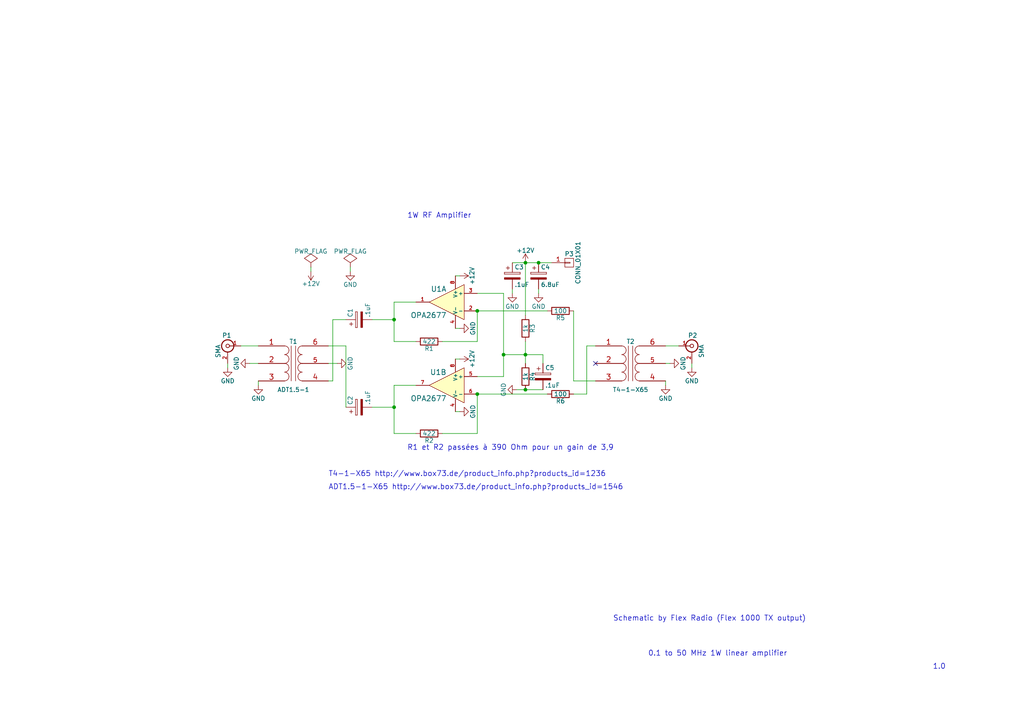
<source format=kicad_sch>
(kicad_sch (version 20230121) (generator eeschema)
  (paper "A4")
  (lib_symbols
    (symbol "ampli1W-rescue:+12V" (power) (pin_names (offset 0))
      (property "Value" "+12V" (at 0 3.556 0))
      (symbol "+12V_0_1"
        (polyline (pts (xy -0.762 1.27) (xy 0 2.54)))
        (polyline (pts (xy 0 0) (xy 0 2.54)))
        (polyline (pts (xy 0 2.54) (xy 0.762 1.27)))
      )
      (symbol "+12V_1_1"
        (pin power_in line (at 0 0 90) (length 0) hide (name "+12V") (number "1"))
      )
    )
    (symbol "ampli1W-rescue:BNC" (pin_names (offset 1.016) hide)
      (property "Reference" "P" (at 0.254 3.048 0))
      (property "Value" "BNC" (at 2.794 -1.524 90))
      (symbol "BNC_0_1"
        (circle (center 0 0) (radius 0.508) (stroke (width 0.2032)))
        (circle (center 0 0) (radius 1.778) (stroke (width 0.3048)))
      )
      (symbol "BNC_1_1"
        (pin passive line (at -3.81 0 0) (length 3.302) (name "In") (number "1"))
        (pin passive line (at 0 -5.08 90) (length 3.302) (name "Ext") (number "2"))
      )
    )
    (symbol "ampli1W-rescue:CONN_01X01" (pin_names (offset 1.016) hide)
      (property "Reference" "P" (at 0 2.54 0))
      (property "Value" "CONN_01X01" (at 2.54 0 90))
      (symbol "CONN_01X01_0_1"
        (rectangle (start -1.27 0.127) (end 0.254 -0.127))
        (rectangle (start -1.27 1.27) (end 1.27 -1.27))
      )
      (symbol "CONN_01X01_1_1"
        (pin passive line (at -5.08 0 0) (length 3.81) (name "P1") (number "1"))
      )
    )
    (symbol "ampli1W-rescue:CP" (pin_numbers hide) (pin_names (offset 0.254))
      (property "Reference" "C" (at 0.635 2.54 0))
      (property "Value" "CP" (at 0.635 -2.54 0))
      (symbol "CP_0_1"
        (rectangle (start -2.286 0.508) (end -2.286 1.016))
        (rectangle (start -2.286 0.508) (end 2.286 0.508))
        (polyline (pts (xy -1.778 2.286) (xy -0.762 2.286)))
        (polyline (pts (xy -1.27 2.794) (xy -1.27 1.778)))
        (rectangle (start 2.286 -0.508) (end -2.286 -1.016) (fill (type outline)))
        (rectangle (start 2.286 1.016) (end -2.286 1.016))
        (rectangle (start 2.286 1.016) (end 2.286 0.508))
      )
      (symbol "CP_1_1"
        (pin passive line (at 0 3.81 270) (length 2.794) (name "~") (number "1"))
        (pin passive line (at 0 -3.81 90) (length 2.794) (name "~") (number "2"))
      )
    )
    (symbol "ampli1W-rescue:GND" (power) (pin_names (offset 0))
      (property "Value" "GND" (at 0 -3.81 0))
      (symbol "GND_0_1"
        (polyline (pts (xy 0 0) (xy 0 -1.27) (xy 1.27 -1.27) (xy 0 -2.54) (xy -1.27 -1.27) (xy 0 -1.27)))
      )
      (symbol "GND_1_1"
        (pin power_in line (at 0 0 270) (length 0) hide (name "GND") (number "1"))
      )
    )
    (symbol "ampli1W-rescue:OP275-RESCUE-ampli1W" (pin_names (offset 0.254))
      (property "Reference" "U" (at 0 3.81 0))
      (property "Value" "OP275-RESCUE-ampli1W" (at 0 -3.81 0))
      (symbol "OP275-RESCUE-ampli1W_0_1"
        (polyline (pts (xy -5.08 5.08) (xy 5.08 0) (xy -5.08 -5.08) (xy -5.08 5.08)) (stroke (width 0.1524)) (fill (type background)))
        (pin power_in line (at -2.54 -7.62 90) (length 3.81) (name "V-") (number "4"))
        (pin power_in line (at -2.54 7.62 270) (length 3.81) (name "V+") (number "8"))
      )
      (symbol "OP275-RESCUE-ampli1W_1_1"
        (pin output line (at 8.89 0 180) (length 3.81) (name "~") (number "1"))
        (pin input line (at -8.89 -2.54 0) (length 3.81) (name "-") (number "2"))
        (pin input line (at -8.89 2.54 0) (length 3.81) (name "+") (number "3"))
      )
      (symbol "OP275-RESCUE-ampli1W_2_1"
        (pin input line (at -8.89 2.54 0) (length 3.81) (name "+") (number "5"))
        (pin input line (at -8.89 -2.54 0) (length 3.81) (name "-") (number "6"))
        (pin output line (at 8.89 0 180) (length 3.81) (name "~") (number "7"))
      )
    )
    (symbol "ampli1W-rescue:PWR_FLAG" (power) (pin_numbers hide) (pin_names (offset 0) hide)
      (property "Value" "PWR_FLAG" (at 0 4.572 0))
      (symbol "PWR_FLAG_0_0"
        (pin power_out line (at 0 0 90) (length 0) (name "pwr") (number "1"))
      )
      (symbol "PWR_FLAG_0_1"
        (polyline (pts (xy 0 0) (xy 0 1.27) (xy -1.905 2.54) (xy 0 3.81) (xy 1.905 2.54) (xy 0 1.27)))
      )
    )
    (symbol "ampli1W-rescue:R" (pin_numbers hide) (pin_names (offset 0))
      (property "Reference" "R" (at 2.032 0 90))
      (property "Value" "R" (at 0 0 90))
      (symbol "R_0_1"
        (rectangle (start -1.016 -2.54) (end 1.016 2.54) (stroke (width 0.254)))
      )
      (symbol "R_1_1"
        (pin passive line (at 0 3.81 270) (length 1.27) (name "~") (number "1"))
        (pin passive line (at 0 -3.81 90) (length 1.27) (name "~") (number "2"))
      )
    )
    (symbol "ampli1W-rescue:TRANSFO4-RESCUE-ampli1W" (pin_names (offset 1.016) hide)
      (property "Reference" "T" (at 0 6.35 0))
      (property "Value" "TRANSFO4-RESCUE-ampli1W" (at 0 -7.62 0))
      (symbol "TRANSFO4-RESCUE-ampli1W_0_1"
        (arc (start -2.54 -5.0546) (mid -1.6599 -4.6901) (end -1.27 -3.81))
        (arc (start -2.54 -2.5146) (mid -1.6599 -2.1501) (end -1.27 -1.27))
        (arc (start -2.54 0.0254) (mid -1.6599 0.3899) (end -1.27 1.27))
        (arc (start -2.54 2.5654) (mid -1.6599 2.9299) (end -1.27 3.81))
        (arc (start -1.27 -3.81) (mid -1.642 -2.912) (end -2.54 -2.54))
        (arc (start -1.27 -1.27) (mid -1.642 -0.372) (end -2.54 0))
        (arc (start -1.27 1.27) (mid -1.642 2.168) (end -2.54 2.54))
        (arc (start -1.27 3.81) (mid -1.642 4.708) (end -2.54 5.08))
        (polyline (pts (xy -0.635 5.08) (xy -0.635 -5.08)))
        (polyline (pts (xy 0.635 -5.08) (xy 0.635 5.08)))
        (arc (start 1.2954 -1.27) (mid 1.6599 -2.1501) (end 2.54 -2.5146))
        (arc (start 1.2954 1.27) (mid 1.6599 0.3899) (end 2.54 0.0254))
        (arc (start 1.2954 3.81) (mid 1.6599 2.9299) (end 2.54 2.5654))
        (arc (start 1.3208 -3.81) (mid 1.6853 -4.6901) (end 2.5654 -5.0546))
        (arc (start 2.54 0) (mid 1.642 -0.372) (end 1.2954 -1.27))
        (arc (start 2.54 2.54) (mid 1.642 2.168) (end 1.2954 1.27))
        (arc (start 2.54 5.08) (mid 1.642 4.708) (end 1.2954 3.81))
        (arc (start 2.5654 -2.54) (mid 1.6674 -2.912) (end 1.3208 -3.81))
      )
      (symbol "TRANSFO4-RESCUE-ampli1W_1_1"
        (pin passive line (at -10.16 5.08 0) (length 7.62) (name "PR1") (number "1"))
        (pin passive line (at -10.16 0 0) (length 7.62) (name "PM") (number "2"))
        (pin passive line (at -10.16 -5.08 0) (length 7.62) (name "PR2") (number "3"))
        (pin passive line (at 10.16 -5.08 180) (length 7.62) (name "S1") (number "4"))
        (pin passive line (at 10.16 0 180) (length 7.62) (name "S5") (number "5"))
        (pin passive line (at 10.16 5.08 180) (length 7.62) (name "S2") (number "6"))
      )
    )
  )
  (junction (at 138.43 114.3))
  (junction (at 152.4 113.03))
  (junction (at 156.21 76.2))
  (junction (at 114.3 118.11))
  (junction (at 146.05 102.87))
  (junction (at 114.3 92.71))
  (junction (at 152.4 102.87))
  (junction (at 152.4 76.2))
  (junction (at 138.43 90.17))
  (no_connect (at 172.72 105.41))
  (wire (pts (xy 166.37 110.49) (xy 166.37 90.17)))
  (wire (pts (xy 156.21 83.82) (xy 156.21 85.09)))
  (wire (pts (xy 146.05 102.87) (xy 146.05 109.22)))
  (wire (pts (xy 114.3 118.11) (xy 114.3 125.73)))
  (wire (pts (xy 170.18 114.3) (xy 170.18 100.33)))
  (wire (pts (xy 128.27 99.06) (xy 138.43 99.06)))
  (wire (pts (xy 146.05 109.22) (xy 138.43 109.22)))
  (wire (pts (xy 95.25 100.33) (xy 100.33 100.33)))
  (wire (pts (xy 196.85 100.33) (xy 193.04 100.33)))
  (wire (pts (xy 133.35 104.14) (xy 132.08 104.14)))
  (wire (pts (xy 138.43 125.73) (xy 128.27 125.73)))
  (wire (pts (xy 100.33 100.33) (xy 100.33 118.11)))
  (wire (pts (xy 95.25 105.41) (xy 97.79 105.41)))
  (wire (pts (xy 157.48 102.87) (xy 157.48 105.41)))
  (wire (pts (xy 114.3 87.63) (xy 114.3 92.71)))
  (wire (pts (xy 74.93 110.49) (xy 74.93 111.76)))
  (wire (pts (xy 152.4 102.87) (xy 152.4 105.41)))
  (wire (pts (xy 74.93 105.41) (xy 72.39 105.41)))
  (wire (pts (xy 138.43 114.3) (xy 138.43 125.73)))
  (wire (pts (xy 138.43 90.17) (xy 158.75 90.17)))
  (wire (pts (xy 133.35 119.38) (xy 132.08 119.38)))
  (wire (pts (xy 152.4 76.2) (xy 156.21 76.2)))
  (wire (pts (xy 95.25 110.49) (xy 96.52 110.49)))
  (wire (pts (xy 66.04 105.41) (xy 66.04 106.68)))
  (wire (pts (xy 193.04 110.49) (xy 193.04 111.76)))
  (wire (pts (xy 158.75 114.3) (xy 138.43 114.3)))
  (wire (pts (xy 114.3 99.06) (xy 120.65 99.06)))
  (wire (pts (xy 107.95 92.71) (xy 114.3 92.71)))
  (wire (pts (xy 152.4 76.2) (xy 152.4 91.44)))
  (wire (pts (xy 114.3 125.73) (xy 120.65 125.73)))
  (wire (pts (xy 146.05 85.09) (xy 146.05 102.87)))
  (wire (pts (xy 148.59 76.2) (xy 152.4 76.2)))
  (wire (pts (xy 133.35 80.01) (xy 132.08 80.01)))
  (wire (pts (xy 96.52 110.49) (xy 96.52 92.71)))
  (wire (pts (xy 149.86 113.03) (xy 152.4 113.03)))
  (wire (pts (xy 90.17 78.74) (xy 90.17 77.47)))
  (wire (pts (xy 120.65 111.76) (xy 114.3 111.76)))
  (wire (pts (xy 138.43 85.09) (xy 146.05 85.09)))
  (wire (pts (xy 200.66 105.41) (xy 200.66 106.68)))
  (wire (pts (xy 166.37 114.3) (xy 170.18 114.3)))
  (wire (pts (xy 96.52 92.71) (xy 100.33 92.71)))
  (wire (pts (xy 148.59 83.82) (xy 148.59 85.09)))
  (wire (pts (xy 152.4 102.87) (xy 157.48 102.87)))
  (wire (pts (xy 69.85 100.33) (xy 74.93 100.33)))
  (wire (pts (xy 133.35 95.25) (xy 132.08 95.25)))
  (wire (pts (xy 107.95 118.11) (xy 114.3 118.11)))
  (wire (pts (xy 193.04 105.41) (xy 194.31 105.41)))
  (wire (pts (xy 101.6 78.74) (xy 101.6 77.47)))
  (wire (pts (xy 114.3 111.76) (xy 114.3 118.11)))
  (wire (pts (xy 172.72 110.49) (xy 166.37 110.49)))
  (wire (pts (xy 138.43 99.06) (xy 138.43 90.17)))
  (wire (pts (xy 146.05 102.87) (xy 152.4 102.87)))
  (wire (pts (xy 170.18 100.33) (xy 172.72 100.33)))
  (wire (pts (xy 152.4 113.03) (xy 157.48 113.03)))
  (wire (pts (xy 120.65 87.63) (xy 114.3 87.63)))
  (wire (pts (xy 156.21 76.2) (xy 160.02 76.2)))
  (wire (pts (xy 114.3 92.71) (xy 114.3 99.06)))
  (wire (pts (xy 152.4 99.06) (xy 152.4 102.87)))
  (text "0.1 to 50 MHz 1W linear amplifier\n" (at 187.96 190.5 0) (effects (font (size 1.524 1.524)) (justify left bottom)))
  (text "R1 et R2 passées à 390 Ohm pour un gain de 3,9" (at 118.11 130.81 0) (effects (font (size 1.524 1.524)) (justify left bottom)))
  (text "Schematic by Flex Radio (Flex 1000 TX output)" (at 177.8 180.34 0) (effects (font (size 1.524 1.524)) (justify left bottom)))
  (text "1.0" (at 270.51 194.31 0) (effects (font (size 1.524 1.524)) (justify left bottom)))
  (text "ADT1.5-1-X65 http://www.box73.de/product_info.php?products_id=1546" (at 95.25 142.24 0) (effects (font (size 1.524 1.524)) (justify left bottom)))
  (text "1W RF Amplifier" (at 118.11 63.5 0) (effects (font (size 1.524 1.524)) (justify left bottom)))
  (text "T4-1-X65 http://www.box73.de/product_info.php?products_id=1236" (at 95.25 138.43 0) (effects (font (size 1.524 1.524)) (justify left bottom)))
  (symbol (lib_id "ampli1W-rescue:OP275-RESCUE-ampli1W") (at 129.54 87.63 0) (mirror y) (unit 1)
    (property "Reference" "U1" (at 129.54 83.82 0) (effects (font (size 1.524 1.524)) (justify left)))
    (property "Value" "OPA2677" (at 129.54 91.44 0) (effects (font (size 1.524 1.524)) (justify left)))
    (property "Footprint" "smd_dil:so-8" (effects hide))
  )
  (symbol (lib_id "ampli1W-rescue:OP275-RESCUE-ampli1W") (at 129.54 111.76 0) (mirror y) (unit 2)
    (property "Reference" "U1" (at 129.54 107.95 0) (effects (font (size 1.524 1.524)) (justify left)))
    (property "Value" "OPA2677" (at 129.54 115.57 0) (effects (font (size 1.524 1.524)) (justify left)))
    (property "Footprint" "smd_dil:so-8" (effects hide))
  )
  (symbol (lib_id "ampli1W-rescue:R") (at 124.46 99.06 270) (unit 1)
    (property "Reference" "R1" (at 124.46 101.092 90))
    (property "Value" "422" (at 124.46 99.06 90))
    (property "Footprint" "Capacitors_SMD:C_0805_HandSoldering" (effects hide))
  )
  (symbol (lib_id "ampli1W-rescue:R") (at 124.46 125.73 270) (unit 1)
    (property "Reference" "R2" (at 124.46 127.762 90))
    (property "Value" "422" (at 124.46 125.73 90))
    (property "Footprint" "Capacitors_SMD:C_0805_HandSoldering" (effects hide))
  )
  (symbol (lib_id "ampli1W-rescue:R") (at 152.4 95.25 0) (unit 1)
    (property "Reference" "R3" (at 154.432 95.25 90))
    (property "Value" "1k" (at 152.4 95.25 90))
    (property "Footprint" "Capacitors_SMD:C_0805_HandSoldering" (effects hide))
  )
  (symbol (lib_id "ampli1W-rescue:R") (at 152.4 109.22 0) (unit 1)
    (property "Reference" "R4" (at 154.432 109.22 90))
    (property "Value" "1k" (at 152.4 109.22 90))
    (property "Footprint" "Capacitors_SMD:C_0805_HandSoldering" (effects hide))
  )
  (symbol (lib_id "ampli1W-rescue:R") (at 162.56 90.17 270) (unit 1)
    (property "Reference" "R5" (at 162.56 92.202 90))
    (property "Value" "100" (at 162.56 90.17 90))
    (property "Footprint" "Capacitors_SMD:C_0805_HandSoldering" (effects hide))
  )
  (symbol (lib_id "ampli1W-rescue:R") (at 162.56 114.3 270) (unit 1)
    (property "Reference" "R6" (at 162.56 116.332 90))
    (property "Value" "100" (at 162.56 114.3 90))
    (property "Footprint" "Capacitors_SMD:C_0805_HandSoldering" (effects hide))
  )
  (symbol (lib_id "ampli1W-rescue:CP") (at 157.48 109.22 0) (unit 1)
    (property "Reference" "C5" (at 158.115 106.68 0) (effects (justify left)))
    (property "Value" ".1uF" (at 158.115 111.76 0) (effects (justify left)))
    (property "Footprint" "Resistors_SMD:R_1206_HandSoldering" (effects hide))
  )
  (symbol (lib_id "ampli1W-rescue:CP") (at 104.14 92.71 90) (unit 1)
    (property "Reference" "C1" (at 101.6 92.075 0) (effects (justify left)))
    (property "Value" ".1uF" (at 106.68 92.075 0) (effects (justify left)))
    (property "Footprint" "Resistors_SMD:R_1206_HandSoldering" (effects hide))
  )
  (symbol (lib_id "ampli1W-rescue:CP") (at 104.14 118.11 90) (unit 1)
    (property "Reference" "C2" (at 101.6 117.475 0) (effects (justify left)))
    (property "Value" ".1uF" (at 106.68 117.475 0) (effects (justify left)))
    (property "Footprint" "Resistors_SMD:R_1206_HandSoldering" (effects hide))
  )
  (symbol (lib_id "ampli1W-rescue:CP") (at 156.21 80.01 0) (unit 1)
    (property "Reference" "C4" (at 156.845 77.47 0) (effects (justify left)))
    (property "Value" "6.8uF" (at 156.845 82.55 0) (effects (justify left)))
    (property "Footprint" "smd_cap:c_tant_D" (effects hide))
  )
  (symbol (lib_id "ampli1W-rescue:CP") (at 148.59 80.01 0) (unit 1)
    (property "Reference" "C3" (at 149.225 77.47 0) (effects (justify left)))
    (property "Value" ".1uF" (at 149.225 82.55 0) (effects (justify left)))
    (property "Footprint" "Resistors_SMD:R_1206_HandSoldering" (effects hide))
  )
  (symbol (lib_id "ampli1W-rescue:GND") (at 156.21 85.09 0) (unit 1)
    (property "Reference" "#PWR01" (effects hide))
    (property "Value" "GND" (at 156.21 88.9 0))
  )
  (symbol (lib_id "ampli1W-rescue:GND") (at 148.59 85.09 0) (unit 1)
    (property "Reference" "#PWR02" (effects hide))
    (property "Value" "GND" (at 148.59 88.9 0))
  )
  (symbol (lib_id "ampli1W-rescue:GND") (at 149.86 113.03 270) (unit 1)
    (property "Reference" "#PWR03" (effects hide))
    (property "Value" "GND" (at 146.05 113.03 0))
  )
  (symbol (lib_id "ampli1W-rescue:GND") (at 101.6 78.74 0) (unit 1)
    (property "Reference" "#PWR04" (effects hide))
    (property "Value" "GND" (at 101.6 82.55 0))
  )
  (symbol (lib_id "ampli1W-rescue:TRANSFO4-RESCUE-ampli1W") (at 85.09 105.41 0) (unit 1)
    (property "Reference" "T1" (at 85.09 99.06 0))
    (property "Value" "ADT1.5-1" (at 85.09 113.03 0))
    (property "Footprint" "smd_dil:mdip_6" (effects hide))
  )
  (symbol (lib_id "ampli1W-rescue:TRANSFO4-RESCUE-ampli1W") (at 182.88 105.41 0) (unit 1)
    (property "Reference" "T2" (at 182.88 99.06 0))
    (property "Value" "T4-1-X65" (at 182.88 113.03 0))
    (property "Footprint" "smd_dil:mdip_6" (effects hide))
  )
  (symbol (lib_id "ampli1W-rescue:BNC") (at 200.66 100.33 0) (unit 1)
    (property "Reference" "P2" (at 200.914 97.282 0))
    (property "Value" "SMA" (at 203.454 101.854 90))
    (property "Footprint" "conn_rf:sma_smd_73251-135x" (effects hide))
  )
  (symbol (lib_id "ampli1W-rescue:BNC") (at 66.04 100.33 0) (mirror y) (unit 1)
    (property "Reference" "P1" (at 65.786 97.282 0))
    (property "Value" "SMA" (at 63.246 101.854 90))
    (property "Footprint" "conn_rf:sma_smd_73251-135x" (effects hide))
  )
  (symbol (lib_id "ampli1W-rescue:GND") (at 66.04 106.68 0) (unit 1)
    (property "Reference" "#PWR05" (effects hide))
    (property "Value" "GND" (at 66.04 110.49 0))
  )
  (symbol (lib_id "ampli1W-rescue:GND") (at 74.93 111.76 0) (unit 1)
    (property "Reference" "#PWR06" (effects hide))
    (property "Value" "GND" (at 74.93 115.57 0))
  )
  (symbol (lib_id "ampli1W-rescue:GND") (at 200.66 106.68 0) (unit 1)
    (property "Reference" "#PWR07" (effects hide))
    (property "Value" "GND" (at 200.66 110.49 0))
  )
  (symbol (lib_id "ampli1W-rescue:GND") (at 193.04 111.76 0) (unit 1)
    (property "Reference" "#PWR08" (effects hide))
    (property "Value" "GND" (at 193.04 115.57 0))
  )
  (symbol (lib_id "ampli1W-rescue:+12V") (at 152.4 76.2 0) (unit 1)
    (property "Reference" "#PWR09" (effects hide))
    (property "Value" "+12V" (at 152.4 72.644 0))
  )
  (symbol (lib_id "ampli1W-rescue:+12V") (at 90.17 78.74 180) (unit 1)
    (property "Reference" "#PWR010" (effects hide))
    (property "Value" "+12V" (at 90.17 82.296 0))
  )
  (symbol (lib_id "ampli1W-rescue:PWR_FLAG") (at 101.6 77.47 0) (unit 1)
    (property "Reference" "#FLG011" (effects hide))
    (property "Value" "PWR_FLAG" (at 101.6 72.898 0))
  )
  (symbol (lib_id "ampli1W-rescue:PWR_FLAG") (at 90.17 77.47 0) (unit 1)
    (property "Reference" "#FLG012" (effects hide))
    (property "Value" "PWR_FLAG" (at 90.17 72.898 0))
  )
  (symbol (lib_id "ampli1W-rescue:GND") (at 133.35 95.25 90) (unit 1)
    (property "Reference" "#PWR013" (effects hide))
    (property "Value" "GND" (at 137.16 95.25 0))
  )
  (symbol (lib_id "ampli1W-rescue:GND") (at 133.35 119.38 90) (unit 1)
    (property "Reference" "#PWR014" (effects hide))
    (property "Value" "GND" (at 137.16 119.38 0))
  )
  (symbol (lib_id "ampli1W-rescue:+12V") (at 133.35 104.14 270) (unit 1)
    (property "Reference" "#PWR015" (effects hide))
    (property "Value" "+12V" (at 136.906 104.14 0))
  )
  (symbol (lib_id "ampli1W-rescue:+12V") (at 133.35 80.01 270) (unit 1)
    (property "Reference" "#PWR016" (effects hide))
    (property "Value" "+12V" (at 136.906 80.01 0))
  )
  (symbol (lib_id "ampli1W-rescue:CONN_01X01") (at 165.1 76.2 0) (unit 1)
    (property "Reference" "P3" (at 165.1 73.66 0))
    (property "Value" "CONN_01X01" (at 167.64 76.2 90))
    (property "Footprint" "Connect:PINTST" (effects hide))
  )
  (symbol (lib_id "ampli1W-rescue:GND") (at 72.39 105.41 270) (unit 1)
    (property "Reference" "#PWR017" (effects hide))
    (property "Value" "GND" (at 68.58 105.41 0))
  )
  (symbol (lib_id "ampli1W-rescue:GND") (at 97.79 105.41 90) (unit 1)
    (property "Reference" "#PWR018" (effects hide))
    (property "Value" "GND" (at 101.6 105.41 0))
  )
  (symbol (lib_id "ampli1W-rescue:GND") (at 194.31 105.41 90) (unit 1)
    (property "Reference" "#PWR019" (effects hide))
    (property "Value" "GND" (at 198.12 105.41 0))
  )
)
</source>
